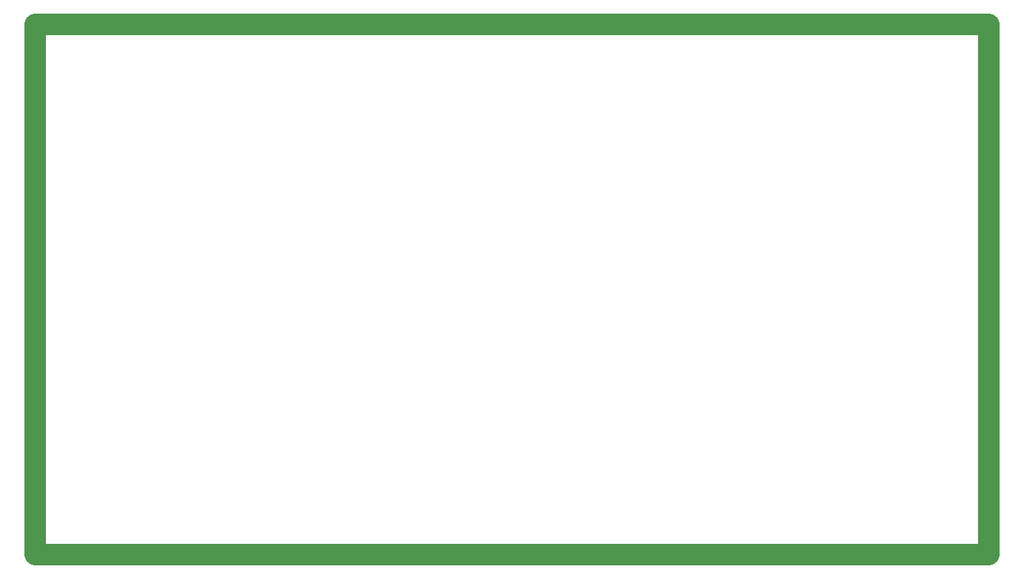
<source format=gko>
G04 Layer_Color=16711935*
%FSLAX24Y24*%
%MOIN*%
G70*
G01*
G75*
%ADD103C,0.1000*%
D103*
X-500Y-500D02*
Y24114D01*
X43799D01*
Y-500D02*
Y24114D01*
X-500Y-500D02*
X43799D01*
M02*

</source>
